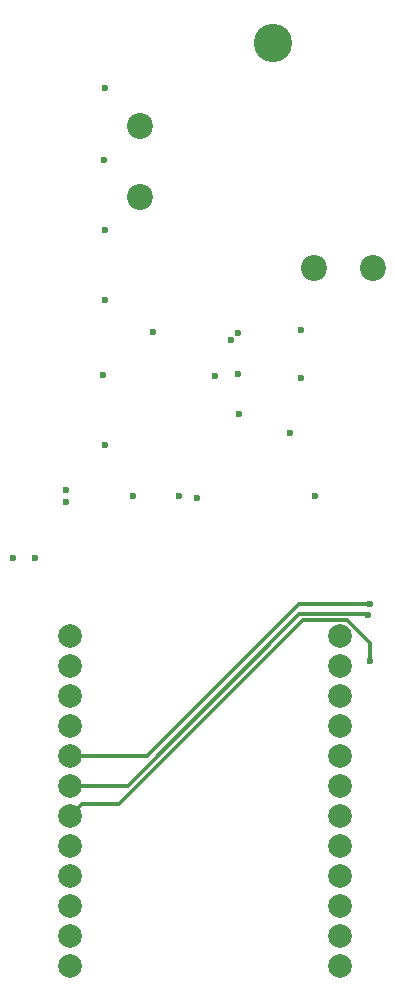
<source format=gbr>
%TF.GenerationSoftware,KiCad,Pcbnew,8.0.7*%
%TF.CreationDate,2024-12-30T07:44:03-08:00*%
%TF.ProjectId,motion-play-v3,6d6f7469-6f6e-42d7-906c-61792d76332e,rev?*%
%TF.SameCoordinates,Original*%
%TF.FileFunction,Copper,L4,Bot*%
%TF.FilePolarity,Positive*%
%FSLAX46Y46*%
G04 Gerber Fmt 4.6, Leading zero omitted, Abs format (unit mm)*
G04 Created by KiCad (PCBNEW 8.0.7) date 2024-12-30 07:44:03*
%MOMM*%
%LPD*%
G01*
G04 APERTURE LIST*
%TA.AperFunction,ComponentPad*%
%ADD10C,2.200000*%
%TD*%
%TA.AperFunction,WasherPad*%
%ADD11C,3.250000*%
%TD*%
%TA.AperFunction,ComponentPad*%
%ADD12C,2.000000*%
%TD*%
%TA.AperFunction,ViaPad*%
%ADD13C,0.600000*%
%TD*%
%TA.AperFunction,Conductor*%
%ADD14C,0.300000*%
%TD*%
G04 APERTURE END LIST*
D10*
%TO.P,J2,GND*%
%TO.N,N/C*%
X147747500Y-68887500D03*
%TO.P,J2,5V*%
X147747500Y-74887500D03*
%TO.P,J2,2,5V*%
%TO.N,/+5V*%
X162497500Y-80887500D03*
%TO.P,J2,1,GND*%
%TO.N,/GND*%
X167497500Y-80887500D03*
D11*
%TO.P,J2,*%
%TO.N,*%
X158997500Y-61887500D03*
%TD*%
D12*
%TO.P,U2,1,3v*%
%TO.N,Net-(3V2-Pad1)*%
X164700000Y-112100000D03*
%TO.P,U2,2,1*%
%TO.N,Net-(U2-1)*%
X164700000Y-114640000D03*
%TO.P,U2,3,2*%
%TO.N,Net-(J3-Pin_2)*%
X164700000Y-117180000D03*
%TO.P,U2,4,3*%
%TO.N,Net-(U2-3)*%
X164700000Y-119720000D03*
%TO.P,U2,5,10*%
%TO.N,Net-(U2-10)*%
X164700000Y-122260000D03*
%TO.P,U2,6,11*%
%TO.N,Net-(J4-Pin_3)*%
X164700000Y-124800000D03*
%TO.P,U2,7,12*%
%TO.N,Net-(J6-Pin_3)*%
X164700000Y-127340000D03*
%TO.P,U2,8,13*%
%TO.N,Net-(J8-Pin_3)*%
X164700000Y-129880000D03*
%TO.P,U2,9,NC*%
%TO.N,unconnected-(U2-NC-Pad9)*%
X164700000Y-132420000D03*
%TO.P,U2,10,NC*%
%TO.N,unconnected-(U2-NC-Pad10)*%
X164700000Y-134960000D03*
%TO.P,U2,11,GND*%
%TO.N,/GND*%
X164700000Y-137500000D03*
%TO.P,U2,12,5V*%
%TO.N,/+5V*%
X164700000Y-140040000D03*
%TO.P,U2,13,GND*%
%TO.N,/GND*%
X141838136Y-112100000D03*
%TO.P,U2,14,GND*%
X141838136Y-114640000D03*
%TO.P,U2,15,43*%
%TO.N,/SDA*%
X141838136Y-117180000D03*
%TO.P,U2,16,44*%
%TO.N,/SCL*%
X141838136Y-119720000D03*
%TO.P,U2,17,18*%
%TO.N,Net-(U2-18)*%
X141838136Y-122260000D03*
%TO.P,U2,18,17*%
%TO.N,Net-(U2-17)*%
X141838136Y-124800000D03*
%TO.P,U2,19,21*%
%TO.N,Net-(U2-21)*%
X141838136Y-127340000D03*
%TO.P,U2,20,16*%
%TO.N,Net-(U2-16)*%
X141838136Y-129880000D03*
%TO.P,U2,21,NC*%
%TO.N,unconnected-(U2-NC-Pad21)*%
X141838136Y-132420000D03*
%TO.P,U2,22,GND*%
%TO.N,/GND*%
X141838136Y-134960000D03*
%TO.P,U2,23,GND*%
X141838136Y-137500000D03*
%TO.P,U2,24,3v*%
%TO.N,Net-(3V1-Pad1)*%
X141838136Y-140040000D03*
%TD*%
D13*
%TO.N,/+3.3V*%
X156100000Y-93300000D03*
%TO.N,Net-(U2-18)*%
X167200000Y-109400000D03*
%TO.N,Net-(U2-17)*%
X167100000Y-110300000D03*
%TO.N,Net-(U2-21)*%
X167200000Y-114200000D03*
%TO.N,/GND*%
X161400000Y-86200000D03*
%TO.N,/+3.3V*%
X137000000Y-105500000D03*
X138900000Y-105500000D03*
%TO.N,/GND*%
X141500000Y-100700000D03*
%TO.N,/+3.3V*%
X141500000Y-99700000D03*
X156075000Y-89922500D03*
%TO.N,/GND*%
X154125001Y-90049173D03*
X148875000Y-86322500D03*
X155475000Y-87022500D03*
X156075000Y-86422500D03*
%TO.N,/+3.3V*%
X144800000Y-65700000D03*
X144700000Y-71800000D03*
X144800000Y-77700000D03*
X144800000Y-83600000D03*
X144600000Y-90000000D03*
X144800000Y-95900000D03*
X147197500Y-100200000D03*
%TO.N,/GND*%
X151097500Y-100200000D03*
X152597500Y-100400000D03*
X162597500Y-100200000D03*
%TO.N,/+5V*%
X160497500Y-94900000D03*
X161397500Y-90200000D03*
%TD*%
D14*
%TO.N,Net-(U2-18)*%
X161200000Y-109400000D02*
X148340000Y-122260000D01*
X167200000Y-109400000D02*
X161200000Y-109400000D01*
X148340000Y-122260000D02*
X141838136Y-122260000D01*
%TO.N,Net-(U2-17)*%
X146700000Y-124800000D02*
X141838136Y-124800000D01*
X161250000Y-110250000D02*
X146700000Y-124800000D01*
X167100000Y-110300000D02*
X167050000Y-110250000D01*
X167050000Y-110250000D02*
X161250000Y-110250000D01*
%TO.N,Net-(U2-21)*%
X167200000Y-112690811D02*
X165259189Y-110750000D01*
X161550000Y-110750000D02*
X146000000Y-126300000D01*
X165259189Y-110750000D02*
X161550000Y-110750000D01*
X167200000Y-114200000D02*
X167200000Y-112690811D01*
X146000000Y-126300000D02*
X142878136Y-126300000D01*
X142878136Y-126300000D02*
X141838136Y-127340000D01*
%TD*%
M02*

</source>
